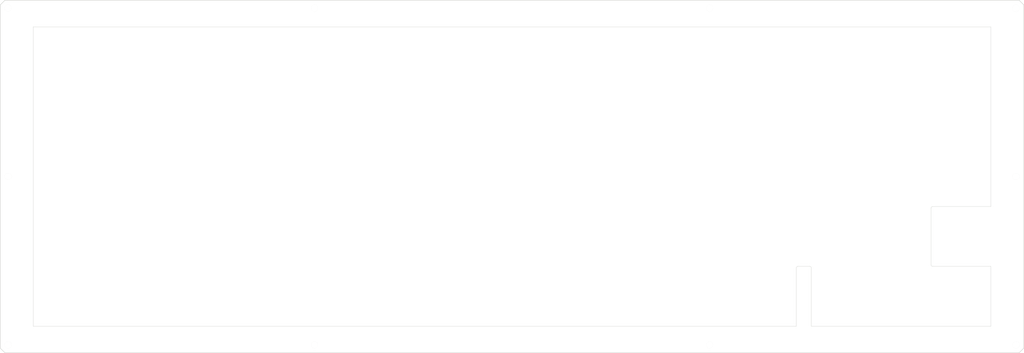
<source format=kicad_pcb>
(kicad_pcb (version 20211014) (generator pcbnew)
  (layers (0 "F.Cu" signal) (31 "B.Cu" signal) (34 "B.Paste" user) (35 "F.Paste" user) (36 "B.SilkS" user "B.Silkscreen") (37 "F.SilkS" user "F.Silkscreen") (38 "B.Mask" user) (39 "F.Mask" user) (44 "Edge.Cuts" user))
  (net 0 "")
  (footprint "kbd_Hole:m2_Screw_Hole_EdgeCuts" (layer "F.Cu") (at 11.075 13.05)
    (fp_text reference "J8" hide)
    (fp_text value "Conn_01x01" hide)
    (fp_circle (center 0 0) (end 1.1 0) (layer "Edge.Cuts") (width 0.01) (fill none))
  )
  (footprint "kbd_Hole:m2_Screw_Hole_EdgeCuts" (layer "F.Cu") (at 11.075 66.65)
    (fp_text reference "J9" hide)
    (fp_text value "Conn_01x01" hide)
    (fp_circle (center 0 0) (end 1.1 0) (layer "Edge.Cuts") (width 0.01) (fill none))
  )
  (footprint "kbd_Hole:m2_Screw_Hole_EdgeCuts" (layer "F.Cu") (at 11.075 120.25)
    (fp_text reference "J10" hide)
    (fp_text value "Conn_01x01" hide)
    (fp_circle (center 0 0) (end 1.1 0) (layer "Edge.Cuts") (width 0.01) (fill none))
  )
  (footprint "kbd_Hole:m2_Screw_Hole_EdgeCuts" (layer "F.Cu") (at 108.575 13.05)
    (fp_text reference "J11" hide)
    (fp_text value "Conn_01x01" hide)
    (fp_circle (center 0 0) (end 1.1 0) (layer "Edge.Cuts") (width 0.01) (fill none))
  )
  (footprint "kbd_Hole:m2_Screw_Hole_EdgeCuts" (layer "F.Cu") (at 234.325 13.05)
    (fp_text reference "J12" hide)
    (fp_text value "Conn_01x01" hide)
    (fp_circle (center 0 0) (end 1.1 0) (layer "Edge.Cuts") (width 0.01) (fill none))
  )
  (footprint "kbd_Hole:m2_Screw_Hole_EdgeCuts" (layer "F.Cu") (at 108.575 120.25)
    (fp_text reference "J13" hide)
    (fp_text value "Conn_01x01" hide)
    (fp_circle (center 0 0) (end 1.1 0) (layer "Edge.Cuts") (width 0.01) (fill none))
  )
  (footprint "kbd_Hole:m2_Screw_Hole_EdgeCuts" (layer "F.Cu") (at 234.325 120.25)
    (fp_text reference "J14" hide)
    (fp_text value "Conn_01x01" hide)
    (fp_circle (center 0 0) (end 1.1 0) (layer "Edge.Cuts") (width 0.01) (fill none))
  )
  (footprint "kbd_Hole:m2_Screw_Hole_EdgeCuts" (layer "F.Cu") (at 331.825 13.05)
    (fp_text reference "J15" hide)
    (fp_text value "Conn_01x01" hide)
    (fp_circle (center 0 0) (end 1.1 0) (layer "Edge.Cuts") (width 0.01) (fill none))
  )
  (footprint "kbd_Hole:m2_Screw_Hole_EdgeCuts" (layer "F.Cu") (at 331.825 66.65)
    (fp_text reference "J16" hide)
    (fp_text value "Conn_01x01" hide)
    (fp_circle (center 0 0) (end 1.1 0) (layer "Edge.Cuts") (width 0.01) (fill none))
  )
  (footprint "kbd_Hole:m2_Screw_Hole_EdgeCuts" (layer "F.Cu") (at 331.825 120.25)
    (fp_text reference "J17" hide)
    (fp_text value "Conn_01x01" hide)
    (fp_circle (center 0 0) (end 1.1 0) (layer "Edge.Cuts") (width 0.01) (fill none))
  )
  (gr_line (start 8.575 12.05) (end 10.075 10.55) (layer "Edge.Cuts") (width 0.15))
  (gr_line (start 334.325 12.05) (end 332.825 10.55) (layer "Edge.Cuts") (width 0.15))
  (gr_line (start 10.075 122.75) (end 8.575 121.25) (layer "Edge.Cuts") (width 0.15))
  (gr_line (start 323.85 19.05) (end 19.05 19.05) (layer "Edge.Cuts") (width 0.1))
  (gr_line (start 266.7 114.3) (end 323.85 114.3) (layer "Edge.Cuts") (width 0.1))
  (gr_line (start 305.3 76.2) (end 323.85 76.2) (layer "Edge.Cuts") (width 0.1))
  (gr_arc (start 305.3 95.25) (mid 304.946447 95.103553) (end 304.8 94.75) (layer "Edge.Cuts") (width 0.1))
  (gr_line (start 332.825 10.55) (end 10.075 10.55) (layer "Edge.Cuts") (width 0.15))
  (gr_line (start 323.85 114.3) (end 323.85 95.25) (layer "Edge.Cuts") (width 0.1))
  (gr_line (start 332.825 122.75) (end 334.325 121.25) (layer "Edge.Cuts") (width 0.15))
  (gr_line (start 262.4375 95.25) (end 266.2 95.25) (layer "Edge.Cuts") (width 0.1))
  (gr_line (start 304.8 94.75) (end 304.8 76.7) (layer "Edge.Cuts") (width 0.1))
  (gr_line (start 261.9375 114.3) (end 261.9375 95.75) (layer "Edge.Cuts") (width 0.1))
  (gr_line (start 266.7 95.75) (end 266.7 114.3) (layer "Edge.Cuts") (width 0.1))
  (gr_arc (start 261.933553 95.75) (mid 262.08 95.396447) (end 262.433553 95.25) (layer "Edge.Cuts") (width 0.1))
  (gr_line (start 323.85 76.2) (end 323.85 19.05) (layer "Edge.Cuts") (width 0.1))
  (gr_arc (start 304.8 76.7) (mid 304.946447 76.346447) (end 305.3 76.2) (layer "Edge.Cuts") (width 0.1))
  (gr_line (start 323.85 95.25) (end 305.3 95.25) (layer "Edge.Cuts") (width 0.1))
  (gr_line (start 19.05 19.05) (end 19.05 114.3) (layer "Edge.Cuts") (width 0.1))
  (gr_arc (start 266.2 95.25) (mid 266.553553 95.396447) (end 266.7 95.75) (layer "Edge.Cuts") (width 0.1))
  (gr_line (start 19.05 114.3) (end 261.9375 114.3) (layer "Edge.Cuts") (width 0.1))
  (gr_line (start 334.325 121.25) (end 334.325 12.05) (layer "Edge.Cuts") (width 0.15))
  (gr_line (start 8.575 12.05) (end 8.575 121.25) (layer "Edge.Cuts") (width 0.15))
  (gr_line (start 10.075 122.75) (end 332.825 122.75) (layer "Edge.Cuts") (width 0.15))
)
</source>
